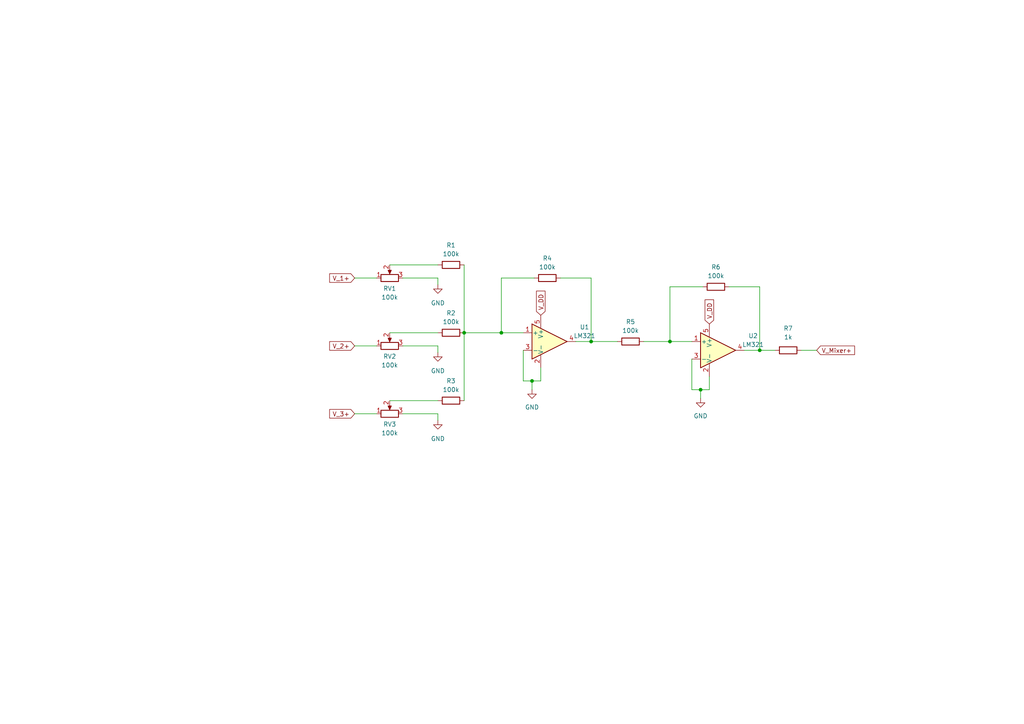
<source format=kicad_sch>
(kicad_sch (version 20230121) (generator eeschema)
  (paper "A4")
  (lib_symbols
    (symbol "Amplifier_Operational:LM321" (pin_names (offset 0.127))
      (property "Reference" "U" (at 0 7.62 0))
      (property "Value" "LM321" (at 0 5.08 0))
      (symbol "LM321_0_1"
        (polyline (pts (xy -5.08 5.08) (xy 5.08 0) (xy -5.08 -5.08) (xy -5.08 5.08)) (stroke (width 0.254)) (fill (type background)))
      )
      (symbol "LM321_1_1"
        (pin input line (at -7.62 2.54 0) (length 2.54) (name "+") (number "1"))
        (pin power_in line (at -2.54 -7.62 90) (length 3.81) (name "V-") (number "2"))
        (pin input line (at -7.62 -2.54 0) (length 2.54) (name "-") (number "3"))
        (pin output line (at 7.62 0 180) (length 2.54) (name "~") (number "4"))
        (pin power_in line (at -2.54 7.62 270) (length 3.81) (name "V+") (number "5"))
      )
    )
    (symbol "Device:R" (pin_numbers hide) (pin_names (offset 0))
      (property "Reference" "R" (at 2.032 0 90))
      (property "Value" "R" (at 0 0 90))
      (symbol "R_0_1"
        (rectangle (start -1.016 -2.54) (end 1.016 2.54) (stroke (width 0.254)))
      )
      (symbol "R_1_1"
        (pin passive line (at 0 3.81 270) (length 1.27) (name "~") (number "1"))
        (pin passive line (at 0 -3.81 90) (length 1.27) (name "~") (number "2"))
      )
    )
    (symbol "Device:R_Potentiometer" (pin_names (offset 1.016) hide)
      (property "Reference" "RV" (at -4.445 0 90))
      (property "Value" "R_Potentiometer" (at -2.54 0 90))
      (symbol "R_Potentiometer_0_1"
        (polyline (pts (xy 2.54 0) (xy 1.524 0)))
        (polyline (pts (xy 1.143 0) (xy 2.286 0.508) (xy 2.286 -0.508) (xy 1.143 0)) (fill (type outline)))
        (rectangle (start 1.016 2.54) (end -1.016 -2.54) (stroke (width 0.254)))
      )
      (symbol "R_Potentiometer_1_1"
        (pin passive line (at 0 3.81 270) (length 1.27) (name "1") (number "1"))
        (pin passive line (at 3.81 0 180) (length 1.27) (name "2") (number "2"))
        (pin passive line (at 0 -3.81 90) (length 1.27) (name "3") (number "3"))
      )
    )
    (symbol "power:GND" (power) (pin_names (offset 0))
      (property "Value" "GND" (at 0 -3.81 0))
      (symbol "GND_0_1"
        (polyline (pts (xy 0 0) (xy 0 -1.27) (xy 1.27 -1.27) (xy 0 -2.54) (xy -1.27 -1.27) (xy 0 -1.27)))
      )
      (symbol "GND_1_1"
        (pin power_in line (at 0 0 270) (length 0) hide (name "GND") (number "1"))
      )
    )
  )
  (junction (at 154.305 110.49))
  (junction (at 171.45 99.06))
  (junction (at 134.62 96.52))
  (junction (at 203.2 113.03))
  (junction (at 194.31 99.06))
  (junction (at 145.415 96.52))
  (junction (at 220.345 101.6))
  (wire (pts (xy 102.87 100.33) (xy 109.22 100.33)))
  (wire (pts (xy 167.005 99.06) (xy 171.45 99.06)))
  (wire (pts (xy 134.62 96.52) (xy 145.415 96.52)))
  (wire (pts (xy 156.845 106.68) (xy 156.845 110.49)))
  (wire (pts (xy 127 120.015) (xy 127 121.92)))
  (wire (pts (xy 200.66 104.14) (xy 200.66 113.03)))
  (wire (pts (xy 113.03 116.205) (xy 127 116.205)))
  (wire (pts (xy 102.87 80.645) (xy 109.22 80.645)))
  (wire (pts (xy 134.62 76.835) (xy 134.62 96.52)))
  (wire (pts (xy 116.84 100.33) (xy 127 100.33)))
  (wire (pts (xy 154.305 110.49) (xy 156.845 110.49)))
  (wire (pts (xy 145.415 96.52) (xy 151.765 96.52)))
  (wire (pts (xy 194.31 99.06) (xy 200.66 99.06)))
  (wire (pts (xy 200.66 113.03) (xy 203.2 113.03)))
  (wire (pts (xy 220.345 101.6) (xy 224.79 101.6)))
  (wire (pts (xy 116.84 120.015) (xy 127 120.015)))
  (wire (pts (xy 113.03 76.835) (xy 127 76.835)))
  (wire (pts (xy 203.2 113.03) (xy 205.74 113.03)))
  (wire (pts (xy 232.41 101.6) (xy 236.855 101.6)))
  (wire (pts (xy 151.765 101.6) (xy 151.765 110.49)))
  (wire (pts (xy 151.765 110.49) (xy 154.305 110.49)))
  (wire (pts (xy 215.9 101.6) (xy 220.345 101.6)))
  (wire (pts (xy 145.415 80.645) (xy 154.94 80.645)))
  (wire (pts (xy 194.31 83.185) (xy 203.835 83.185)))
  (wire (pts (xy 171.45 99.06) (xy 179.07 99.06)))
  (wire (pts (xy 194.31 83.185) (xy 194.31 99.06)))
  (wire (pts (xy 162.56 80.645) (xy 171.45 80.645)))
  (wire (pts (xy 113.03 96.52) (xy 127 96.52)))
  (wire (pts (xy 220.345 83.185) (xy 220.345 101.6)))
  (wire (pts (xy 211.455 83.185) (xy 220.345 83.185)))
  (wire (pts (xy 171.45 80.645) (xy 171.45 99.06)))
  (wire (pts (xy 127 100.33) (xy 127 102.235)))
  (wire (pts (xy 205.74 109.22) (xy 205.74 113.03)))
  (wire (pts (xy 186.69 99.06) (xy 194.31 99.06)))
  (wire (pts (xy 145.415 80.645) (xy 145.415 96.52)))
  (wire (pts (xy 154.305 110.49) (xy 154.305 113.03)))
  (wire (pts (xy 203.2 113.03) (xy 203.2 115.57)))
  (wire (pts (xy 102.87 120.015) (xy 109.22 120.015)))
  (wire (pts (xy 127 80.645) (xy 127 82.55)))
  (wire (pts (xy 134.62 96.52) (xy 134.62 116.205)))
  (wire (pts (xy 116.84 80.645) (xy 127 80.645)))
  (global_label "V_Mixer+" (shape input) (at 236.855 101.6 0) (property "Intersheetrefs" "${INTERSHEET_REFS}" (effects hide)))
  (global_label "V_2+" (shape input) (at 102.87 100.33 180) (property "Intersheetrefs" "${INTERSHEET_REFS}" (effects hide)))
  (global_label "V_3+" (shape input) (at 102.87 120.015 180) (property "Intersheetrefs" "${INTERSHEET_REFS}" (effects hide)))
  (global_label "V_DD" (shape input) (at 156.845 91.44 90) (property "Intersheetrefs" "${INTERSHEET_REFS}" (effects hide)))
  (global_label "V_DD" (shape input) (at 205.74 93.98 90) (property "Intersheetrefs" "${INTERSHEET_REFS}" (effects hide)))
  (global_label "V_1+" (shape input) (at 102.87 80.645 180) (property "Intersheetrefs" "${INTERSHEET_REFS}" (effects hide)))
  (symbol (lib_id "Device:R_Potentiometer") (at 113.03 120.015 90) (unit 1)
    (property "Reference" "RV3" (at 113.03 123.063 90))
    (property "Value" "100k" (at 113.03 125.603 90))
  )
  (symbol (lib_id "Device:R") (at 130.81 96.52 90) (unit 1)
    (property "Reference" "R2" (at 130.81 90.805 90))
    (property "Value" "100k" (at 130.81 93.345 90))
  )
  (symbol (lib_id "Device:R") (at 207.645 83.185 90) (unit 1)
    (property "Reference" "R6" (at 207.645 77.47 90))
    (property "Value" "100k" (at 207.645 80.01 90))
  )
  (symbol (lib_id "Device:R_Potentiometer") (at 113.03 80.645 90) (unit 1)
    (property "Reference" "RV1" (at 113.03 83.693 90))
    (property "Value" "100k" (at 113.03 86.233 90))
  )
  (symbol (lib_id "power:GND") (at 127 121.92 0) (unit 1)
    (property "Reference" "#PWR04" (effects hide))
    (property "Value" "GND" (at 127 127.254 0))
  )
  (symbol (lib_id "power:GND") (at 127 102.235 0) (unit 1)
    (property "Reference" "#PWR03" (effects hide))
    (property "Value" "GND" (at 127 107.569 0))
  )
  (symbol (lib_id "Device:R") (at 182.88 99.06 90) (unit 1)
    (property "Reference" "R5" (at 182.88 93.345 90))
    (property "Value" "100k" (at 182.88 95.885 90))
  )
  (symbol (lib_id "power:GND") (at 154.305 113.03 0) (unit 1)
    (property "Reference" "#PWR05" (effects hide))
    (property "Value" "GND" (at 154.305 118.11 0))
  )
  (symbol (lib_id "power:GND") (at 203.2 115.57 0) (unit 1)
    (property "Reference" "#PWR06" (effects hide))
    (property "Value" "GND" (at 203.2 120.65 0))
  )
  (symbol (lib_id "Device:R") (at 130.81 76.835 90) (unit 1)
    (property "Reference" "R1" (at 130.81 71.12 90))
    (property "Value" "100k" (at 130.81 73.66 90))
  )
  (symbol (lib_id "Amplifier_Operational:LM321") (at 159.385 99.06 0) (unit 1)
    (property "Reference" "U1" (at 169.545 94.8691 0))
    (property "Value" "LM321" (at 169.545 97.4091 0))
    (property "Footprint" "Package_TO_SOT_SMD:SOT-23-5" (effects hide))
    (property "Datasheet" "http://www.ti.com/lit/ds/symlink/lm321.pdf" (effects hide))
  )
  (symbol (lib_id "Device:R") (at 158.75 80.645 90) (unit 1)
    (property "Reference" "R4" (at 158.75 74.93 90))
    (property "Value" "100k" (at 158.75 77.47 90))
  )
  (symbol (lib_id "Amplifier_Operational:LM321") (at 208.28 101.6 0) (unit 1)
    (property "Reference" "U2" (at 218.44 97.4091 0))
    (property "Value" "LM321" (at 218.44 99.9491 0))
    (property "Footprint" "Package_TO_SOT_SMD:SOT-23-5" (effects hide))
    (property "Datasheet" "http://www.ti.com/lit/ds/symlink/lm321.pdf" (effects hide))
  )
  (symbol (lib_id "power:GND") (at 127 82.55 0) (unit 1)
    (property "Reference" "#PWR02" (effects hide))
    (property "Value" "GND" (at 127 87.884 0))
  )
  (symbol (lib_id "Device:R") (at 228.6 101.6 90) (unit 1)
    (property "Reference" "R7" (at 228.6 95.25 90))
    (property "Value" "1k" (at 228.6 97.79 90))
  )
  (symbol (lib_id "Device:R") (at 130.81 116.205 90) (unit 1)
    (property "Reference" "R3" (at 130.81 110.49 90))
    (property "Value" "100k" (at 130.81 113.03 90))
  )
  (symbol (lib_id "Device:R_Potentiometer") (at 113.03 100.33 90) (unit 1)
    (property "Reference" "RV2" (at 113.03 103.378 90))
    (property "Value" "100k" (at 113.03 105.918 90))
  )
)
</source>
